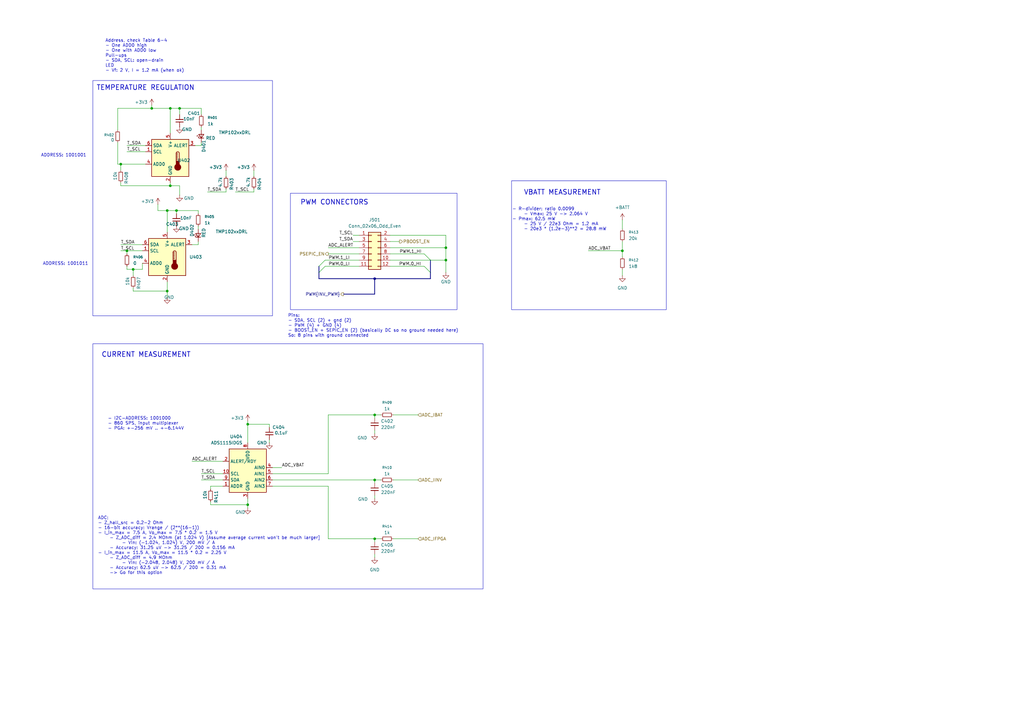
<source format=kicad_sch>
(kicad_sch (version 20250114) (generator "eeschema") (generator_version "9.0")
  (paper "A3")
  (lib_symbols
    (symbol "Analog_ADC:ADS1115IDGS"
      (property "Reference" "U" (at 2.54 13.97 0))
      (property "Value" "ADS1115IDGS" (at 7.62 11.43 0))
      (symbol "ADS1115IDGS_0_1"
        (rectangle (start -7.62 10.16) (end 7.62 -7.62) (stroke (width 0.254)) (fill (type background)))
      )
      (symbol "ADS1115IDGS_1_1"
        (pin input line (at -10.16 2.54 0) (length 2.54) (name "AIN0") (number "4"))
        (pin input line (at -10.16 0 0) (length 2.54) (name "AIN1") (number "5"))
        (pin input line (at -10.16 -2.54 0) (length 2.54) (name "AIN2") (number "6"))
        (pin input line (at -10.16 -5.08 0) (length 2.54) (name "AIN3") (number "7"))
        (pin power_in line (at 0 12.7 270) (length 2.54) (name "VDD") (number "8"))
        (pin power_in line (at 0 -10.16 90) (length 2.54) (name "GND") (number "3"))
        (pin output line (at 10.16 5.08 180) (length 2.54) (name "ALERT/RDY") (number "2"))
        (pin input line (at 10.16 0 180) (length 2.54) (name "SCL") (number "10"))
        (pin bidirectional line (at 10.16 -2.54 180) (length 2.54) (name "SDA") (number "9"))
        (pin input line (at 10.16 -5.08 180) (length 2.54) (name "ADDR") (number "1"))
      )
    )
    (symbol "Connector_Generic:Conn_02x06_Odd_Even" (pin_names (offset 1.016) (hide yes))
      (property "Reference" "J" (at 1.27 7.62 0))
      (property "Value" "Conn_02x06_Odd_Even" (at 1.27 -10.16 0))
      (symbol "Conn_02x06_Odd_Even_1_1"
        (rectangle (start -1.27 6.35) (end 3.81 -8.89) (stroke (width 0.254)) (fill (type background)))
        (rectangle (start -1.27 5.207) (end 0 4.953) (stroke (width 0.1524)))
        (rectangle (start -1.27 2.667) (end 0 2.413) (stroke (width 0.1524)))
        (rectangle (start -1.27 0.127) (end 0 -0.127) (stroke (width 0.1524)))
        (rectangle (start -1.27 -2.413) (end 0 -2.667) (stroke (width 0.1524)))
        (rectangle (start -1.27 -4.953) (end 0 -5.207) (stroke (width 0.1524)))
        (rectangle (start -1.27 -7.493) (end 0 -7.747) (stroke (width 0.1524)))
        (rectangle (start 3.81 5.207) (end 2.54 4.953) (stroke (width 0.1524)))
        (rectangle (start 3.81 2.667) (end 2.54 2.413) (stroke (width 0.1524)))
        (rectangle (start 3.81 0.127) (end 2.54 -0.127) (stroke (width 0.1524)))
        (rectangle (start 3.81 -2.413) (end 2.54 -2.667) (stroke (width 0.1524)))
        (rectangle (start 3.81 -4.953) (end 2.54 -5.207) (stroke (width 0.1524)))
        (rectangle (start 3.81 -7.493) (end 2.54 -7.747) (stroke (width 0.1524)))
        (pin passive line (at -5.08 5.08 0) (length 3.81) (name "Pin_1") (number "1"))
        (pin passive line (at -5.08 2.54 0) (length 3.81) (name "Pin_3") (number "3"))
        (pin passive line (at -5.08 0 0) (length 3.81) (name "Pin_5") (number "5"))
        (pin passive line (at -5.08 -2.54 0) (length 3.81) (name "Pin_7") (number "7"))
        (pin passive line (at -5.08 -5.08 0) (length 3.81) (name "Pin_9") (number "9"))
        (pin passive line (at -5.08 -7.62 0) (length 3.81) (name "Pin_11") (number "11"))
        (pin passive line (at 7.62 5.08 180) (length 3.81) (name "Pin_2") (number "2"))
        (pin passive line (at 7.62 2.54 180) (length 3.81) (name "Pin_4") (number "4"))
        (pin passive line (at 7.62 0 180) (length 3.81) (name "Pin_6") (number "6"))
        (pin passive line (at 7.62 -2.54 180) (length 3.81) (name "Pin_8") (number "8"))
        (pin passive line (at 7.62 -5.08 180) (length 3.81) (name "Pin_10") (number "10"))
        (pin passive line (at 7.62 -7.62 180) (length 3.81) (name "Pin_12") (number "12"))
      )
    )
    (symbol "Device:C_Small" (pin_numbers (hide yes)) (pin_names (offset 0.254) (hide yes))
      (property "Reference" "C" (at 0.254 1.778 0))
      (property "Value" "C_Small" (at 0.254 -2.032 0))
      (symbol "C_Small_0_1"
        (polyline (pts (xy -1.524 0.508) (xy 1.524 0.508)) (stroke (width 0.3048)))
        (polyline (pts (xy -1.524 -0.508) (xy 1.524 -0.508)) (stroke (width 0.3302)))
      )
      (symbol "C_Small_1_1"
        (pin passive line (at 0 2.54 270) (length 2.032) (name "~") (number "1"))
        (pin passive line (at 0 -2.54 90) (length 2.032) (name "~") (number "2"))
      )
    )
    (symbol "Device:LED_Small" (pin_numbers (hide yes)) (pin_names (offset 0.254) (hide yes))
      (property "Reference" "D" (at -1.27 3.175 0))
      (property "Value" "LED_Small" (at -4.445 -2.54 0))
      (symbol "LED_Small_0_1"
        (polyline (pts (xy -0.762 -1.016) (xy -0.762 1.016)) (stroke (width 0.254)))
        (polyline (pts (xy 0 0.762) (xy -0.508 1.27) (xy -0.254 1.27) (xy -0.508 1.27) (xy -0.508 1.016)))
        (polyline (pts (xy 0.508 1.27) (xy 0 1.778) (xy 0.254 1.778) (xy 0 1.778) (xy 0 1.524)))
        (polyline (pts (xy 0.762 -1.016) (xy -0.762 0) (xy 0.762 1.016) (xy 0.762 -1.016)) (stroke (width 0.254)))
        (polyline (pts (xy 1.016 0) (xy -0.762 0)))
      )
      (symbol "LED_Small_1_1"
        (pin passive line (at -2.54 0 0) (length 1.778) (name "K") (number "1"))
        (pin passive line (at 2.54 0 180) (length 1.778) (name "A") (number "2"))
      )
    )
    (symbol "Device:R_Small" (pin_numbers (hide yes)) (pin_names (offset 0.254) (hide yes))
      (property "Reference" "R" (at 0 0 90))
      (property "Value" "R_Small" (at 1.778 0 90))
      (symbol "R_Small_0_1"
        (rectangle (start -0.762 1.778) (end 0.762 -1.778) (stroke (width 0.2032)))
      )
      (symbol "R_Small_1_1"
        (pin passive line (at 0 2.54 270) (length 0.762) (name "~") (number "1"))
        (pin passive line (at 0 -2.54 90) (length 0.762) (name "~") (number "2"))
      )
    )
    (symbol "Sensor_Temperature:TMP102xxDRL"
      (property "Reference" "U" (at -2.54 10.795 0))
      (property "Value" "TMP102xxDRL" (at -2.54 8.89 0))
      (symbol "TMP102xxDRL_0_1"
        (rectangle (start -7.62 7.62) (end 7.62 -7.62) (stroke (width 0.254)) (fill (type background)))
      )
      (symbol "TMP102xxDRL_1_1"
        (polyline (pts (xy 2.413 1.905) (xy 2.413 -1.27)) (stroke (width 0.254)))
        (polyline (pts (xy 2.413 1.905) (xy 3.048 1.905)) (stroke (width 0.254)))
        (polyline (pts (xy 2.413 1.27) (xy 3.048 1.27)) (stroke (width 0.254)))
        (polyline (pts (xy 2.413 0.635) (xy 3.048 0.635)) (stroke (width 0.254)))
        (polyline (pts (xy 2.413 0) (xy 3.048 0)) (stroke (width 0.254)))
        (polyline (pts (xy 2.413 -0.635) (xy 3.048 -0.635)) (stroke (width 0.254)))
        (arc (start 2.413 1.905) (mid 3.048 2.5373) (end 3.683 1.905) (stroke (width 0.254)))
        (circle (center 3.048 -3.81) (radius 1.27) (stroke (width 0.254)) (fill (type outline)))
        (polyline (pts (xy 3.683 1.905) (xy 3.683 -1.27)) (stroke (width 0.254)))
        (rectangle (start 3.683 -3.175) (end 2.413 -1.27) (stroke (width 0.254)) (fill (type outline)))
        (pin bidirectional line (at -10.16 5.08 0) (length 2.54) (name "SDA") (number "6"))
        (pin input line (at -10.16 2.54 0) (length 2.54) (name "SCL") (number "1"))
        (pin input line (at -10.16 -2.54 0) (length 2.54) (name "ADD0") (number "4"))
        (pin power_in line (at 0 10.16 270) (length 2.54) (name "V+") (number "5"))
        (pin power_in line (at 0 -10.16 90) (length 2.54) (name "GND") (number "2"))
        (pin open_collector line (at 10.16 5.08 180) (length 2.54) (name "ALERT") (number "3"))
      )
    )
    (symbol "power:+3V3" (power) (pin_numbers (hide yes)) (pin_names (offset 0) (hide yes))
      (property "Value" "+3V3" (at 0 3.556 0))
      (symbol "+3V3_0_1"
        (polyline (pts (xy -0.762 1.27) (xy 0 2.54)))
        (polyline (pts (xy 0 2.54) (xy 0.762 1.27)))
        (polyline (pts (xy 0 0) (xy 0 2.54)))
      )
      (symbol "+3V3_1_1"
        (pin power_in line (at 0 0 90) (length 0) (name "~") (number "1"))
      )
    )
    (symbol "power:+BATT" (power) (pin_numbers (hide yes)) (pin_names (offset 0) (hide yes))
      (property "Value" "+BATT" (at 0 3.556 0))
      (symbol "+BATT_0_1"
        (polyline (pts (xy -0.762 1.27) (xy 0 2.54)))
        (polyline (pts (xy 0 2.54) (xy 0.762 1.27)))
        (polyline (pts (xy 0 0) (xy 0 2.54)))
      )
      (symbol "+BATT_1_1"
        (pin power_in line (at 0 0 90) (length 0) (name "~") (number "1"))
      )
    )
    (symbol "power:GND" (power) (pin_numbers (hide yes)) (pin_names (offset 0) (hide yes))
      (property "Value" "GND" (at 0 -3.81 0))
      (symbol "GND_0_1"
        (polyline (pts (xy 0 0) (xy 0 -1.27) (xy 1.27 -1.27) (xy 0 -2.54) (xy -1.27 -1.27) (xy 0 -1.27)))
      )
      (symbol "GND_1_1"
        (pin power_in line (at 0 0 270) (length 0) (name "~") (number "1"))
      )
    )
  )
  (bus_alias "INV_PWM" (members "0_LI" "0_HI" "1_LI" "1_HI"))
  (rectangle (start 38.1 33.02) (end 111.76 129.54))
  (rectangle (start 209.804 74.168) (end 273.304 127))
  (rectangle (start 38.1 140.97) (end 198.12 241.554))
  (rectangle (start 119.126 79.248) (end 187.452 127))
  (text "- I2C-ADDRESS: 1001000\n- 860 SPS, input multiplexer\n- PGA: +-256 mV .. +-6.144V" (at 44.196 173.736 0) (effects (font (size 1.27 1.27)) (justify left)))
  (text "Address, check Table 6-4\n- One ADD0 high\n- One with ADD0 low\nPull-ups\n- SDA, SCL: open-drain\nLED\n- Vf: 2 V, I = 1.2 mA (when ok)" (at 43.18 22.86 0) (effects (font (size 1.27 1.27)) (justify left)))
  (text "PWM CONNECTORS" (at 137.16 83.058 0) (effects (font (size 2 2) (thickness 0.254) (bold yes))))
  (text "CURRENT MEASUREMENT" (at 59.944 145.542 0) (effects (font (size 2 2) (thickness 0.254) (bold yes))))
  (text "ADC:\n- Z_hall_src = 0.2-2 Ohm\n- 16-bit accuracy: Vrange / (2**(16-1))\n- I_in_max = 7.5 A, Vo_max = 7.5 * 0.2 = 1.5 V\n	- Z_ADC_diff = 2.4 MOhm (at 1.024 V) [Assume average current won't be much larger]\n		- Vin: (-1.024, 1.024) V, 200 mV / A\n	- Accuracy: 31.25 uV -> 31.25 / 200 = 0.156 mA\n- I_in_max = 11.5 A, Vo_max = 11.5 * 0.2 = 2.25 V\n	- Z_ADC_diff = 4.9 MOhm\n		- Vin: (-2.048, 2.048) V, 200 mV / A\n	- Accuracy: 62.5 uV -> 62.5 / 200 = 0.31 mA\n	-> Go for this option" (at 40.132 223.774 0) (effects (font (size 1.27 1.27)) (justify left)))
  (text "TEMPERATURE REGULATION" (at 59.69 36.068 0) (effects (font (size 2 2) (thickness 0.254) (bold yes))))
  (text "- R-divider: ratio 0.0099\n	- Vmax: 25 V -> 2.064 V\n- Pmax: 62.5 mW\n	- 25 V / 22e3 Ohm = 1.2 mA\n	- 20e3 * (1.2e-3)**2 = 28.8 mW" (at 210.058 89.916 0) (effects (font (size 1.27 1.27)) (justify left)))
  (text "Pins:\n- SDA, SCL (2) + gnd (2)\n- PWM (4) + GND (4)\n- BOOST_EN + SEPIC_EN (2) (basically DC so no ground needed here)\nSo: 8 pins with ground connected" (at 118.11 133.604 0) (effects (font (size 1.27 1.27)) (justify left)))
  (text "VBATT MEASUREMENT" (at 230.632 78.994 0) (effects (font (size 2 2) (thickness 0.254) (bold yes))))
  (text "ADDRESS: 1001001" (at 16.764 63.754 0) (effects (font (size 1.27 1.27)) (justify left)))
  (text "ADDRESS: 1001011" (at 17.526 108.204 0) (effects (font (size 1.27 1.27)) (justify left)))
  (junction (at 153.67 170.18))
  (junction (at 153.67 196.85))
  (junction (at 182.88 106.68))
  (junction (at 153.67 220.98))
  (junction (at 73.66 44.45))
  (junction (at 69.85 44.45))
  (junction (at 101.6 173.99))
  (junction (at 101.6 207.01))
  (junction (at 72.39 86.36))
  (junction (at 182.88 101.6))
  (junction (at 68.58 119.38))
  (junction (at 68.58 86.36))
  (junction (at 54.61 110.49))
  (junction (at 49.53 67.31))
  (junction (at 69.85 76.2))
  (junction (at 153.67 114.3))
  (junction (at 255.27 102.87))
  (junction (at 52.07 102.87))
  (junction (at 62.23 44.45))
  (bus_entry (at 176.53 111.76) (size -2.54 -2.54))
  (bus_entry (at 130.81 111.76) (size 2.54 -2.54))
  (bus_entry (at 133.35 106.68) (size -2.54 2.54))
  (bus_entry (at 173.99 104.14) (size 2.54 2.54))
  (wire (pts (xy 160.02 109.22) (xy 173.99 109.22)))
  (wire (pts (xy 64.77 86.36) (xy 68.58 86.36)))
  (wire (pts (xy 52.07 110.49) (xy 52.07 109.22)))
  (wire (pts (xy 101.6 204.47) (xy 101.6 207.01)))
  (wire (pts (xy 48.26 67.31) (xy 49.53 67.31)))
  (wire (pts (xy 182.88 106.68) (xy 182.88 111.76)))
  (wire (pts (xy 153.67 220.98) (xy 156.21 220.98)))
  (wire (pts (xy 82.55 46.99) (xy 82.55 44.45)))
  (wire (pts (xy 161.29 170.18) (xy 171.45 170.18)))
  (wire (pts (xy 110.49 173.99) (xy 110.49 175.26)))
  (wire (pts (xy 101.6 208.28) (xy 101.6 207.01)))
  (bus (pts (xy 153.67 120.65) (xy 153.67 114.3)))
  (wire (pts (xy 69.85 44.45) (xy 73.66 44.45)))
  (wire (pts (xy 255.27 102.87) (xy 255.27 105.41)))
  (bus (pts (xy 140.97 120.65) (xy 153.67 120.65)))
  (wire (pts (xy 49.53 67.31) (xy 59.69 67.31)))
  (wire (pts (xy 115.57 191.77) (xy 111.76 191.77)))
  (wire (pts (xy 81.28 99.06) (xy 81.28 100.33)))
  (bus (pts (xy 153.67 114.3) (xy 176.53 114.3)))
  (wire (pts (xy 54.61 110.49) (xy 58.42 110.49)))
  (wire (pts (xy 86.36 207.01) (xy 101.6 207.01)))
  (wire (pts (xy 153.67 198.12) (xy 153.67 196.85)))
  (wire (pts (xy 176.53 106.68) (xy 182.88 106.68)))
  (wire (pts (xy 68.58 86.36) (xy 72.39 86.36)))
  (wire (pts (xy 82.55 59.69) (xy 80.01 59.69)))
  (wire (pts (xy 104.14 69.85) (xy 104.14 72.39)))
  (wire (pts (xy 64.77 83.82) (xy 64.77 86.36)))
  (wire (pts (xy 68.58 86.36) (xy 68.58 95.25)))
  (wire (pts (xy 69.85 74.93) (xy 69.85 76.2)))
  (wire (pts (xy 85.09 78.74) (xy 92.71 78.74)))
  (wire (pts (xy 111.76 196.85) (xy 153.67 196.85)))
  (wire (pts (xy 104.14 78.74) (xy 104.14 77.47)))
  (bus (pts (xy 130.81 114.3) (xy 153.67 114.3)))
  (wire (pts (xy 52.07 104.14) (xy 52.07 102.87)))
  (wire (pts (xy 160.02 106.68) (xy 176.53 106.68)))
  (wire (pts (xy 153.67 222.25) (xy 153.67 220.98)))
  (wire (pts (xy 54.61 110.49) (xy 54.61 113.03)))
  (wire (pts (xy 54.61 119.38) (xy 54.61 118.11)))
  (wire (pts (xy 101.6 172.72) (xy 101.6 173.99)))
  (wire (pts (xy 91.44 199.39) (xy 86.36 199.39)))
  (wire (pts (xy 69.85 44.45) (xy 69.85 54.61)))
  (wire (pts (xy 160.02 101.6) (xy 182.88 101.6)))
  (wire (pts (xy 52.07 59.69) (xy 59.69 59.69)))
  (wire (pts (xy 73.66 80.01) (xy 73.66 76.2)))
  (wire (pts (xy 49.53 100.33) (xy 58.42 100.33)))
  (bus (pts (xy 176.53 106.68) (xy 176.53 111.76)))
  (wire (pts (xy 58.42 110.49) (xy 58.42 107.95)))
  (wire (pts (xy 68.58 115.57) (xy 68.58 119.38)))
  (wire (pts (xy 160.02 96.52) (xy 182.88 96.52)))
  (wire (pts (xy 81.28 86.36) (xy 72.39 86.36)))
  (wire (pts (xy 62.23 43.18) (xy 62.23 44.45)))
  (wire (pts (xy 111.76 199.39) (xy 134.62 199.39)))
  (wire (pts (xy 82.55 196.85) (xy 91.44 196.85)))
  (wire (pts (xy 134.62 101.6) (xy 147.32 101.6)))
  (wire (pts (xy 54.61 119.38) (xy 68.58 119.38)))
  (wire (pts (xy 110.49 181.61) (xy 110.49 180.34)))
  (wire (pts (xy 72.39 87.63) (xy 72.39 86.36)))
  (wire (pts (xy 82.55 44.45) (xy 73.66 44.45)))
  (wire (pts (xy 134.62 199.39) (xy 134.62 220.98)))
  (wire (pts (xy 147.32 104.14) (xy 134.62 104.14)))
  (wire (pts (xy 161.29 196.85) (xy 171.45 196.85)))
  (wire (pts (xy 163.83 99.06) (xy 160.02 99.06)))
  (wire (pts (xy 82.55 53.34) (xy 82.55 52.07)))
  (wire (pts (xy 160.02 104.14) (xy 173.99 104.14)))
  (wire (pts (xy 82.55 194.31) (xy 91.44 194.31)))
  (wire (pts (xy 49.53 76.2) (xy 49.53 74.93)))
  (wire (pts (xy 134.62 220.98) (xy 153.67 220.98)))
  (wire (pts (xy 144.78 99.06) (xy 147.32 99.06)))
  (wire (pts (xy 78.74 189.23) (xy 91.44 189.23)))
  (wire (pts (xy 82.55 58.42) (xy 82.55 59.69)))
  (bus (pts (xy 130.81 111.76) (xy 130.81 109.22)))
  (wire (pts (xy 86.36 207.01) (xy 86.36 205.74)))
  (wire (pts (xy 92.71 78.74) (xy 92.71 77.47)))
  (wire (pts (xy 153.67 170.18) (xy 156.21 170.18)))
  (wire (pts (xy 153.67 177.8) (xy 153.67 176.53)))
  (wire (pts (xy 101.6 173.99) (xy 101.6 181.61)))
  (wire (pts (xy 48.26 53.34) (xy 48.26 44.45)))
  (wire (pts (xy 81.28 100.33) (xy 78.74 100.33)))
  (bus (pts (xy 176.53 114.3) (xy 176.53 111.76)))
  (wire (pts (xy 133.35 109.22) (xy 147.32 109.22)))
  (wire (pts (xy 73.66 76.2) (xy 69.85 76.2)))
  (wire (pts (xy 161.29 220.98) (xy 171.45 220.98)))
  (wire (pts (xy 48.26 44.45) (xy 62.23 44.45)))
  (wire (pts (xy 49.53 69.85) (xy 49.53 67.31)))
  (wire (pts (xy 96.52 78.74) (xy 104.14 78.74)))
  (wire (pts (xy 49.53 102.87) (xy 52.07 102.87)))
  (wire (pts (xy 241.3 102.87) (xy 255.27 102.87)))
  (wire (pts (xy 144.78 96.52) (xy 147.32 96.52)))
  (wire (pts (xy 49.53 76.2) (xy 69.85 76.2)))
  (wire (pts (xy 153.67 196.85) (xy 156.21 196.85)))
  (wire (pts (xy 52.07 102.87) (xy 58.42 102.87)))
  (wire (pts (xy 73.66 44.45) (xy 73.66 46.99)))
  (wire (pts (xy 52.07 110.49) (xy 54.61 110.49)))
  (wire (pts (xy 101.6 173.99) (xy 110.49 173.99)))
  (wire (pts (xy 81.28 93.98) (xy 81.28 92.71)))
  (wire (pts (xy 182.88 96.52) (xy 182.88 101.6)))
  (wire (pts (xy 62.23 44.45) (xy 69.85 44.45)))
  (wire (pts (xy 92.71 69.85) (xy 92.71 72.39)))
  (bus (pts (xy 130.81 114.3) (xy 130.81 111.76)))
  (wire (pts (xy 81.28 86.36) (xy 81.28 87.63)))
  (wire (pts (xy 153.67 204.47) (xy 153.67 203.2)))
  (wire (pts (xy 153.67 228.6) (xy 153.67 227.33)))
  (wire (pts (xy 255.27 90.17) (xy 255.27 93.98)))
  (wire (pts (xy 68.58 119.38) (xy 68.58 121.92)))
  (wire (pts (xy 153.67 171.45) (xy 153.67 170.18)))
  (wire (pts (xy 111.76 194.31) (xy 134.62 194.31)))
  (wire (pts (xy 134.62 170.18) (xy 153.67 170.18)))
  (wire (pts (xy 134.62 194.31) (xy 134.62 170.18)))
  (wire (pts (xy 52.07 62.23) (xy 59.69 62.23)))
  (wire (pts (xy 182.88 101.6) (xy 182.88 106.68)))
  (wire (pts (xy 86.36 199.39) (xy 86.36 200.66)))
  (wire (pts (xy 255.27 110.49) (xy 255.27 113.03)))
  (wire (pts (xy 255.27 99.06) (xy 255.27 102.87)))
  (wire (pts (xy 48.26 58.42) (xy 48.26 67.31)))
  (wire (pts (xy 133.35 106.68) (xy 147.32 106.68)))
  (label "PWM.1_LI" (at 143.51 106.68 180))
  (label "T_SDA" (at 52.07 59.69 0))
  (label "T_SCL" (at 49.53 102.87 0))
  (label "T_SDA" (at 144.78 99.06 180))
  (label "ADC_ALERT" (at 134.62 101.6 0))
  (label "ADC_VBAT" (at 115.57 191.77 0))
  (label "PWM.1_HI" (at 163.83 104.14 0))
  (label "T_SCL" (at 96.52 78.74 0))
  (label "ADC_VBAT" (at 241.3 102.87 0))
  (label "T_SCL" (at 82.55 194.31 0))
  (label "T_SDA" (at 82.55 196.85 0))
  (label "T_SCL" (at 144.78 96.52 180))
  (label "PWM.0_LI" (at 143.51 109.22 180))
  (label "PWM.0_HI" (at 172.72 109.22 180))
  (label "ADC_ALERT" (at 78.74 189.23 0))
  (label "T_SDA" (at 49.53 100.33 0))
  (label "T_SCL" (at 52.07 62.23 0))
  (label "T_SDA" (at 85.09 78.74 0))
  (hierarchical_label "PSEPIC_EN" (shape output) (at 134.62 104.14 180))
  (hierarchical_label "ADC_IBAT" (shape input) (at 171.45 170.18 0))
  (hierarchical_label "ADC_IFPGA" (shape input) (at 171.45 220.98 0))
  (hierarchical_label "PBOOST_EN" (shape output) (at 163.83 99.06 0))
  (hierarchical_label "ADC_IINV" (shape input) (at 171.45 196.85 0))
  (hierarchical_label "PWM{INV_PWM}" (shape output) (at 140.97 120.65 180))
  (symbol (lib_id "power:+3V3") (at 62.23 43.18 0) (unit 1)
    (property "Reference" "#PWR0401" (effects (hide yes)))
    (property "Value" "+3V3" (at 57.912 41.91 0))
    (property "Description" "Power symbol creates a global label with name \"+3V3\"" (effects (hide yes)))
  )
  (symbol (lib_id "power:+3V3") (at 101.6 172.72 0) (unit 1)
    (property "Reference" "#PWR0414" (effects (hide yes)))
    (property "Value" "+3V3" (at 97.282 171.45 0))
    (property "Description" "Power symbol creates a global label with name \"+3V3\"" (effects (hide yes)))
  )
  (symbol (lib_id "power:GND") (at 182.88 111.76 0) (unit 1)
    (property "Reference" "#PWR0502" (effects (hide yes)))
    (property "Value" "GND" (at 182.88 115.57 0))
    (property "Description" "Power symbol creates a global label with name \"GND\" , ground" (effects (hide yes)))
  )
  (symbol (lib_id "Device:R_Small") (at 158.75 220.98 270) (unit 1)
    (property "Reference" "R414" (at 158.75 215.9 90) (effects (font (size 1.016 1.016))))
    (property "Value" "1k" (at 158.75 218.44 90))
    (property "Footprint" "Resistor_SMD:R_0402_1005Metric" (effects (hide yes)))
    (property "Datasheet" "https://jlcpcb.com/api/file/downloadByFileSystemAccessId/8579705924167974912" (effects (hide yes)))
    (property "Description" "Resistor, small symbol" (effects (hide yes)))
    (property "MPN" "0402WGF1001TCE" (effects (hide yes)))
    (property "LPN" "C11702" (effects (hide yes)))
  )
  (symbol (lib_id "Device:R_Small") (at 81.28 90.17 180) (unit 1)
    (property "Reference" "R405" (at 83.82 88.8999 0) (effects (font (size 1.016 1.016)) (justify right)))
    (property "Value" "1k" (at 83.82 91.4399 0) (effects (justify right)))
    (property "Footprint" "Resistor_SMD:R_0402_1005Metric" (effects (hide yes)))
    (property "Datasheet" "https://jlcpcb.com/api/file/downloadByFileSystemAccessId/8579705924167974912" (effects (hide yes)))
    (property "Description" "Resistor, small symbol" (effects (hide yes)))
    (property "MPN" "0402WGF1001TCE" (effects (hide yes)))
    (property "LPN" "C11702" (effects (hide yes)))
  )
  (symbol (lib_id "Device:R_Small") (at 82.55 49.53 180) (unit 1)
    (property "Reference" "R401" (at 85.09 48.2599 0) (effects (font (size 1.016 1.016)) (justify right)))
    (property "Value" "1k" (at 85.09 50.7999 0) (effects (justify right)))
    (property "Footprint" "Resistor_SMD:R_0402_1005Metric" (effects (hide yes)))
    (property "Datasheet" "https://jlcpcb.com/api/file/downloadByFileSystemAccessId/8579705924167974912" (effects (hide yes)))
    (property "Description" "Resistor, small symbol" (effects (hide yes)))
    (property "MPN" "0402WGF1001TCE" (effects (hide yes)))
    (property "LPN" "C11702" (effects (hide yes)))
  )
  (symbol (lib_id "Device:C_Small") (at 73.66 49.53 180) (unit 1)
    (property "Reference" "C401" (at 76.962 46.482 0) (effects (justify right)))
    (property "Value" "10nF" (at 80.01 48.768 0) (effects (justify left)))
    (property "Footprint" "Capacitor_SMD:C_0402_1005Metric" (effects (hide yes)))
    (property "Description" "Unpolarized capacitor, small symbol" (effects (hide yes)))
    (property "LCSC Part Number" "C15195" (effects (hide yes)))
  )
  (symbol (lib_id "power:GND") (at 72.39 92.71 0) (unit 1)
    (property "Reference" "#PWR0410" (effects (hide yes)))
    (property "Value" "GND" (at 75.438 93.726 0))
    (property "Description" "Power symbol creates a global label with name \"GND\" , ground" (effects (hide yes)))
  )
  (symbol (lib_id "Connector_Generic:Conn_02x06_Odd_Even") (at 152.4 101.6 0) (unit 1)
    (property "Reference" "J501" (at 153.67 90.17 0))
    (property "Value" "Conn_02x06_Odd_Even" (at 153.67 92.71 0))
    (property "Footprint" "Connector_PinHeader_2.54mm:PinHeader_2x06_P2.54mm_Vertical" (effects (hide yes)))
    (property "Datasheet" "https://jlcpcb.com/api/file/downloadByFileSystemAccessId/8588892461644566528" (effects (hide yes)))
    (property "Description" "Generic connector, double row, 02x06, odd/even pin numbering scheme (row 1 odd numbers, row 2 even numbers), script generated (kicad-library-utils/schlib/autogen/connector/)" (effects (hide yes)))
    (property "LPN" "C124388" (effects (hide yes)))
    (property "MPN" "B-2100S12P-B110 " (effects (hide yes)))
  )
  (symbol (lib_id "Device:LED_Small") (at 82.55 55.88 90) (unit 1)
    (property "Reference" "D401" (at 83.566 59.944 0))
    (property "Value" "RED" (at 86.36 56.642 90))
    (property "Footprint" "LED_SMD:LED_0603_1608Metric" (effects (hide yes)))
    (property "Datasheet" "https://jlcpcb.com/api/file/downloadByFileSystemAccessId/8550723991833485312" (effects (hide yes)))
    (property "Description" "Light emitting diode, small symbol" (effects (hide yes)))
    (property "Sim.Pin" "1=K 2=A" (effects (hide yes)))
    (property "LPN" "C2286" (effects (hide yes)))
    (property "MPN" "KT-0603R " (effects (hide yes)))
  )
  (symbol (lib_id "power:+BATT") (at 255.27 90.17 0) (unit 1)
    (property "Reference" "#PWR0403" (effects (hide yes)))
    (property "Value" "+BATT" (at 255.27 85.09 0))
    (property "Description" "Power symbol creates a global label with name \"+BATT\"" (effects (hide yes)))
  )
  (symbol (lib_id "Device:R_Small") (at 86.36 203.2 180) (unit 1)
    (property "Reference" "R411" (at 88.646 201.168 90) (effects (justify left)))
    (property "Value" "10k" (at 84.074 202.946 90))
    (property "Footprint" "Resistor_SMD:R_0603_1608Metric" (effects (hide yes)))
    (property "Datasheet" "https://jlcpcb.com/api/file/downloadByFileSystemAccessId/8588882000258748416" (effects (hide yes)))
    (property "Description" "Resistor, small symbol" (effects (hide yes)))
    (property "LPN" "0603WAJ0103T5E" (effects (hide yes)))
    (property "MPN" "C15401" (effects (hide yes)))
  )
  (symbol (lib_id "power:+3V3") (at 92.71 69.85 0) (unit 1)
    (property "Reference" "#PWR0406" (effects (hide yes)))
    (property "Value" "+3V3" (at 88.392 68.58 0))
    (property "Description" "Power symbol creates a global label with name \"+3V3\"" (effects (hide yes)))
  )
  (symbol (lib_id "Device:C_Small") (at 153.67 173.99 0) (unit 1)
    (property "Reference" "C402" (at 156.21 172.7262 0) (effects (justify left)))
    (property "Value" "220nF" (at 156.21 175.2662 0) (effects (justify left)))
    (property "Footprint" "Capacitor_SMD:C_0402_1005Metric" (effects (hide yes)))
    (property "Datasheet" "https://jlcpcb.com/api/file/downloadByFileSystemAccessId/8579707311415758848" (effects (hide yes)))
    (property "Description" "Unpolarized capacitor, small symbol" (effects (hide yes)))
    (property "LPN" "C16772" (effects (hide yes)))
    (property "MPN" "CL05B224KO5NNNC" (effects (hide yes)))
  )
  (symbol (lib_id "Device:R_Small") (at 158.75 196.85 270) (unit 1)
    (property "Reference" "R410" (at 158.75 191.77 90) (effects (font (size 1.016 1.016))))
    (property "Value" "1k" (at 158.75 194.31 90))
    (property "Footprint" "Resistor_SMD:R_0402_1005Metric" (effects (hide yes)))
    (property "Datasheet" "https://jlcpcb.com/api/file/downloadByFileSystemAccessId/8579705924167974912" (effects (hide yes)))
    (property "Description" "Resistor, small symbol" (effects (hide yes)))
    (property "MPN" "0402WGF1001TCE" (effects (hide yes)))
    (property "LPN" "C11702" (effects (hide yes)))
  )
  (symbol (lib_id "Device:R_Small") (at 52.07 106.68 180) (unit 1)
    (property "Reference" "R406" (at 54.61 105.4099 0) (effects (font (size 1.016 1.016)) (justify right)))
    (property "Value" "0" (at 54.61 107.9499 0) (effects (justify right)))
    (property "Footprint" "Resistor_SMD:R_0603_1608Metric_Pad0.98x0.95mm_HandSolder" (effects (hide yes)))
    (property "Datasheet" "https://jlcpcb.com/api/file/downloadByFileSystemAccessId/8588882001185148928" (effects (hide yes)))
    (property "Description" "100mW, change to damping resistor" (effects (hide yes)))
    (property "LPN" "C15402" (effects (hide yes)))
    (property "MPN" "0603WAJ0000T5E" (effects (hide yes)))
  )
  (symbol (lib_id "Device:R_Small") (at 92.71 74.93 180) (unit 1)
    (property "Reference" "R403" (at 94.996 72.898 90) (effects (justify left)))
    (property "Value" "4.7k" (at 90.424 74.676 90))
    (property "Footprint" "Resistor_SMD:R_0402_1005Metric" (effects (hide yes)))
    (property "Description" "Resistor, small symbol" (effects (hide yes)))
    (property "LPN" "0402WGF4701TCE" (effects (hide yes)))
    (property "MPN" "C25900" (effects (hide yes)))
  )
  (symbol (lib_id "Device:R_Small") (at 54.61 115.57 180) (unit 1)
    (property "Reference" "R407" (at 56.896 113.538 90) (effects (justify left)))
    (property "Value" "10k" (at 52.324 115.316 90))
    (property "Footprint" "Resistor_SMD:R_0603_1608Metric" (effects (hide yes)))
    (property "Datasheet" "https://jlcpcb.com/api/file/downloadByFileSystemAccessId/8588882000258748416" (effects (hide yes)))
    (property "Description" "Resistor, small symbol" (effects (hide yes)))
    (property "LPN" "0603WAJ0103T5E" (effects (hide yes)))
    (property "MPN" "C15401" (effects (hide yes)))
  )
  (symbol (lib_id "power:GND") (at 73.66 52.07 0) (unit 1)
    (property "Reference" "#PWR0402" (effects (hide yes)))
    (property "Value" "GND" (at 76.708 53.086 0))
    (property "Description" "Power symbol creates a global label with name \"GND\" , ground" (effects (hide yes)))
  )
  (symbol (lib_id "Device:R_Small") (at 48.26 55.88 180) (unit 1)
    (property "Reference" "R402" (at 42.672 55.372 0) (effects (font (size 1.016 1.016)) (justify right)))
    (property "Value" "0" (at 45.466 57.404 0) (effects (justify right)))
    (property "Footprint" "Resistor_SMD:R_0603_1608Metric_Pad0.98x0.95mm_HandSolder" (effects (hide yes)))
    (property "Datasheet" "https://jlcpcb.com/api/file/downloadByFileSystemAccessId/8588882001185148928" (effects (hide yes)))
    (property "Description" "100mW, change to damping resistor" (effects (hide yes)))
    (property "LPN" "C15402" (effects (hide yes)))
    (property "MPN" "0603WAJ0000T5E" (effects (hide yes)))
  )
  (symbol (lib_id "Analog_ADC:ADS1115IDGS") (at 101.6 194.31 0) (mirror y) (unit 1)
    (property "Reference" "U404" (at 99.4567 179.07 0) (effects (justify left)))
    (property "Value" "ADS1115IDGS" (at 99.4567 181.61 0) (effects (justify left)))
    (property "Footprint" "Package_SO:TSSOP-10_3x3mm_P0.5mm" (effects (hide yes)))
    (property "Datasheet" "http://www.ti.com/lit/ds/symlink/ads1113.pdf" (effects (hide yes)))
    (property "Description" "Ultra-Small, Low-Power, I2C-Compatible, 860-SPS, 16-Bit ADCs With Internal Reference, Oscillator, and Programmable Comparator, VSSOP-10" (effects (hide yes)))
    (property "LPN" "C37593" (effects (hide yes)))
    (property "MPN" "ADS1115IDGSR" (effects (hide yes)))
  )
  (symbol (lib_id "power:GND") (at 73.66 80.01 0) (unit 1)
    (property "Reference" "#PWR0408" (effects (hide yes)))
    (property "Value" "GND" (at 75.438 81.28 0) (effects (justify left)))
    (property "Description" "Power symbol creates a global label with name \"GND\" , ground" (effects (hide yes)))
  )
  (symbol (lib_id "Device:R_Small") (at 49.53 72.39 180) (unit 1)
    (property "Reference" "R408" (at 51.816 70.358 90) (effects (justify left)))
    (property "Value" "10k" (at 47.244 72.136 90))
    (property "Footprint" "Resistor_SMD:R_0603_1608Metric" (effects (hide yes)))
    (property "Datasheet" "https://jlcpcb.com/api/file/downloadByFileSystemAccessId/8588882000258748416" (effects (hide yes)))
    (property "Description" "Resistor, small symbol" (effects (hide yes)))
    (property "LPN" "0603WAJ0103T5E" (effects (hide yes)))
    (property "MPN" "C15401" (effects (hide yes)))
  )
  (symbol (lib_id "Device:C_Small") (at 153.67 200.66 0) (unit 1)
    (property "Reference" "C405" (at 156.21 199.3962 0) (effects (justify left)))
    (property "Value" "220nF" (at 156.21 201.9362 0) (effects (justify left)))
    (property "Footprint" "Capacitor_SMD:C_0402_1005Metric" (effects (hide yes)))
    (property "Datasheet" "https://jlcpcb.com/api/file/downloadByFileSystemAccessId/8579707311415758848" (effects (hide yes)))
    (property "Description" "Unpolarized capacitor, small symbol" (effects (hide yes)))
    (property "LPN" "C16772" (effects (hide yes)))
    (property "MPN" "CL05B224KO5NNNC" (effects (hide yes)))
  )
  (symbol (lib_id "power:+3V3") (at 64.77 83.82 0) (unit 1)
    (property "Reference" "#PWR0409" (effects (hide yes)))
    (property "Value" "+3V3" (at 60.452 82.55 0))
    (property "Description" "Power symbol creates a global label with name \"+3V3\"" (effects (hide yes)))
  )
  (symbol (lib_id "power:GND") (at 101.6 208.28 0) (unit 1)
    (property "Reference" "#PWR0415" (effects (hide yes)))
    (property "Value" "GND" (at 98.552 210.058 0))
    (property "Description" "Power symbol creates a global label with name \"GND\" , ground" (effects (hide yes)))
  )
  (symbol (lib_id "Sensor_Temperature:TMP102xxDRL") (at 69.85 64.77 0) (unit 1)
    (property "Reference" "U402" (at 75.438 65.786 0))
    (property "Value" "TMP102xxDRL" (at 96.266 54.356 0))
    (property "Footprint" "Package_TO_SOT_SMD:SOT-563" (effects (hide yes)))
    (property "Datasheet" "https://www.ti.com/lit/ds/symlink/tmp102.pdf?ts=1748100536041&ref_url=https%253A%252F%252Fwww.google.com%252F" (effects (hide yes)))
    (property "Description" "Digital Temperature Sensor, ±3°C, low-Power, SMBus, 12 bit, Two-Wire Serial Interface, SOT-563" (effects (hide yes)))
    (property "LPN" "C99269" (effects (hide yes)))
    (property "MPN" "TMP102AIDRLR" (effects (hide yes)))
  )
  (symbol (lib_id "Device:R_Small") (at 255.27 96.52 0) (unit 1)
    (property "Reference" "R413" (at 257.81 95.2499 0) (effects (font (size 1.016 1.016)) (justify left)))
    (property "Value" "20k" (at 257.81 97.7899 0) (effects (justify left)))
    (property "Footprint" "Resistor_SMD:R_0402_1005Metric" (effects (hide yes)))
    (property "Datasheet" "https://jlcpcb.com/api/file/downloadByFileSystemAccessId/8579705988980932608" (effects (hide yes)))
    (property "Description" "Resistor, small symbol" (effects (hide yes)))
    (property "LPN" "C25765" (effects (hide yes)))
    (property "MPN" "0402WGF2002TCE" (effects (hide yes)))
  )
  (symbol (lib_id "power:GND") (at 110.49 181.61 0) (unit 1)
    (property "Reference" "#PWR0416" (effects (hide yes)))
    (property "Value" "GND" (at 107.442 181.61 0))
    (property "Description" "Power symbol creates a global label with name \"GND\" , ground" (effects (hide yes)))
  )
  (symbol (lib_id "power:GND") (at 255.27 113.03 0) (unit 1)
    (property "Reference" "#PWR0412" (effects (hide yes)))
    (property "Value" "GND" (at 255.27 118.11 0))
    (property "Description" "Power symbol creates a global label with name \"GND\" , ground" (effects (hide yes)))
  )
  (symbol (lib_id "Device:C_Small") (at 153.67 224.79 0) (unit 1)
    (property "Reference" "C406" (at 156.21 223.5262 0) (effects (justify left)))
    (property "Value" "220nF" (at 156.21 226.0662 0) (effects (justify left)))
    (property "Footprint" "Capacitor_SMD:C_0402_1005Metric" (effects (hide yes)))
    (property "Datasheet" "https://jlcpcb.com/api/file/downloadByFileSystemAccessId/8579707311415758848" (effects (hide yes)))
    (property "Description" "Unpolarized capacitor, small symbol" (effects (hide yes)))
    (property "LPN" "C16772" (effects (hide yes)))
    (property "MPN" "CL05B224KO5NNNC" (effects (hide yes)))
  )
  (symbol (lib_id "power:GND") (at 68.58 121.92 0) (unit 1)
    (property "Reference" "#PWR0411" (effects (hide yes)))
    (property "Value" "GND" (at 67.31 121.9199 0) (effects (justify left)))
    (property "Description" "Power symbol creates a global label with name \"GND\" , ground" (effects (hide yes)))
  )
  (symbol (lib_id "power:GND") (at 153.67 228.6 0) (unit 1)
    (property "Reference" "#PWR0413" (effects (hide yes)))
    (property "Value" "GND" (at 153.67 233.68 0))
    (property "Description" "Power symbol creates a global label with name \"GND\" , ground" (effects (hide yes)))
  )
  (symbol (lib_id "power:+3V3") (at 104.14 69.85 0) (unit 1)
    (property "Reference" "#PWR0407" (effects (hide yes)))
    (property "Value" "+3V3" (at 99.822 68.58 0))
    (property "Description" "Power symbol creates a global label with name \"+3V3\"" (effects (hide yes)))
  )
  (symbol (lib_id "Device:LED_Small") (at 81.28 96.52 90) (unit 1)
    (property "Reference" "D402" (at 78.74 94.488 0))
    (property "Value" "RED" (at 83.566 95.504 0))
    (property "Footprint" "LED_SMD:LED_0603_1608Metric" (effects (hide yes)))
    (property "Datasheet" "https://jlcpcb.com/api/file/downloadByFileSystemAccessId/8550723991833485312" (effects (hide yes)))
    (property "Description" "Light emitting diode, small symbol" (effects (hide yes)))
    (property "Sim.Pin" "1=K 2=A" (effects (hide yes)))
    (property "LPN" "C2286" (effects (hide yes)))
    (property "MPN" "KT-0603R " (effects (hide yes)))
  )
  (symbol (lib_id "Device:R_Small") (at 255.27 107.95 0) (unit 1)
    (property "Reference" "R412" (at 257.81 106.6799 0) (effects (font (size 1.016 1.016)) (justify left)))
    (property "Value" "1k8" (at 257.81 109.2199 0) (effects (justify left)))
    (property "Footprint" "Resistor_SMD:R_0603_1608Metric" (effects (hide yes)))
    (property "Datasheet" "https://jlcpcb.com/api/file/downloadByFileSystemAccessId/8579705986070220800" (effects (hide yes)))
    (property "Description" "Resistor, small symbol" (effects (hide yes)))
    (property "LPN" "C4177" (effects (hide yes)))
    (property "MPN" "0603WAF1801T5E" (effects (hide yes)))
  )
  (symbol (lib_id "power:GND") (at 153.67 204.47 0) (unit 1)
    (property "Reference" "#PWR0405" (effects (hide yes)))
    (property "Value" "GND" (at 148.844 204.724 0))
    (property "Description" "Power symbol creates a global label with name \"GND\" , ground" (effects (hide yes)))
  )
  (symbol (lib_id "power:GND") (at 153.67 177.8 0) (unit 1)
    (property "Reference" "#PWR0404" (effects (hide yes)))
    (property "Value" "GND" (at 148.59 179.578 0))
    (property "Description" "Power symbol creates a global label with name \"GND\" , ground" (effects (hide yes)))
  )
  (symbol (lib_id "Sensor_Temperature:TMP102xxDRL") (at 68.58 105.41 0) (unit 1)
    (property "Reference" "U403" (at 80.264 105.41 0))
    (property "Value" "TMP102xxDRL" (at 94.996 94.996 0))
    (property "Footprint" "Package_TO_SOT_SMD:SOT-563" (effects (hide yes)))
    (property "Datasheet" "https://www.ti.com/lit/ds/symlink/tmp102.pdf?ts=1748100536041&ref_url=https%253A%252F%252Fwww.google.com%252F" (effects (hide yes)))
    (property "Description" "Digital Temperature Sensor, ±3°C, low-Power, SMBus, 12 bit, Two-Wire Serial Interface, SOT-563" (effects (hide yes)))
    (property "LPN" "C99269" (effects (hide yes)))
    (property "MPN" "TMP102AIDRLR" (effects (hide yes)))
  )
  (symbol (lib_id "Device:R_Small") (at 104.14 74.93 180) (unit 1)
    (property "Reference" "R404" (at 106.426 72.898 90) (effects (justify left)))
    (property "Value" "4.7k" (at 101.854 74.676 90))
    (property "Footprint" "Resistor_SMD:R_0402_1005Metric" (effects (hide yes)))
    (property "Description" "Resistor, small symbol" (effects (hide yes)))
    (property "LPN" "0402WGF4701TCE" (effects (hide yes)))
    (property "MPN" "C25900" (effects (hide yes)))
  )
  (symbol (lib_id "Device:R_Small") (at 158.75 170.18 270) (unit 1)
    (property "Reference" "R409" (at 158.75 165.1 90) (effects (font (size 1.016 1.016))))
    (property "Value" "1k" (at 158.75 167.64 90))
    (property "Footprint" "Resistor_SMD:R_0402_1005Metric" (effects (hide yes)))
    (property "Datasheet" "https://jlcpcb.com/api/file/downloadByFileSystemAccessId/8579705924167974912" (effects (hide yes)))
    (property "Description" "Resistor, small symbol" (effects (hide yes)))
    (property "MPN" "0402WGF1001TCE" (effects (hide yes)))
    (property "LPN" "C11702" (effects (hide yes)))
  )
  (symbol (lib_id "Device:C_Small") (at 72.39 90.17 180) (unit 1)
    (property "Reference" "C403" (at 68.072 91.948 0) (effects (justify right)))
    (property "Value" "10nF" (at 78.74 89.408 0) (effects (justify left)))
    (property "Footprint" "Capacitor_SMD:C_0402_1005Metric" (effects (hide yes)))
    (property "Description" "Unpolarized capacitor, small symbol" (effects (hide yes)))
    (property "LCSC Part Number" "C15195" (effects (hide yes)))
  )
  (symbol (lib_id "Device:C_Small") (at 110.49 177.8 0) (mirror y) (unit 1)
    (property "Reference" "C404" (at 116.84 175.26 0) (effects (justify left)))
    (property "Value" "0.1uF" (at 118.11 177.546 0) (effects (justify left)))
    (property "Footprint" "Capacitor_SMD:C_0402_1005Metric" (effects (hide yes)))
    (property "Datasheet" "https://jlcpcb.com/api/file/downloadByFileSystemAccessId/8603345729432014848" (effects (hide yes)))
    (property "Description" "Unpolarized capacitor, small symbol" (effects (hide yes)))
    (property "LPN" "C307331" (effects (hide yes)))
    (property "MPN" "CL05B104KB54PNC" (effects (hide yes)))
  )
)
</source>
